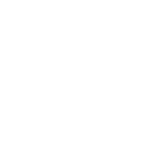
<source format=gbo>
%TF.GenerationSoftware,KiCad,Pcbnew,(6.0.4)*%
%TF.CreationDate,2022-04-07T13:34:55+02:00*%
%TF.ProjectId,LSB1 Top Plate,4c534231-2054-46f7-9020-506c6174652e,v1.0*%
%TF.SameCoordinates,Original*%
%TF.FileFunction,Legend,Bot*%
%TF.FilePolarity,Positive*%
%FSLAX46Y46*%
G04 Gerber Fmt 4.6, Leading zero omitted, Abs format (unit mm)*
G04 Created by KiCad (PCBNEW (6.0.4)) date 2022-04-07 13:34:55*
%MOMM*%
%LPD*%
G01*
G04 APERTURE LIST*
%ADD10C,1.000000*%
%ADD11C,2.500000*%
G04 APERTURE END LIST*
D10*
X49168000Y-66656000D03*
X61068000Y-54756000D03*
X61068000Y-66656000D03*
X49168000Y-54756000D03*
%LPC*%
D11*
X43097185Y-72726815D03*
X43097185Y-48685185D03*
X67138815Y-72726815D03*
X67138815Y-48685185D03*
D10*
X49168000Y-66656000D03*
X61068000Y-54756000D03*
X61068000Y-66656000D03*
X49168000Y-54756000D03*
M02*

</source>
